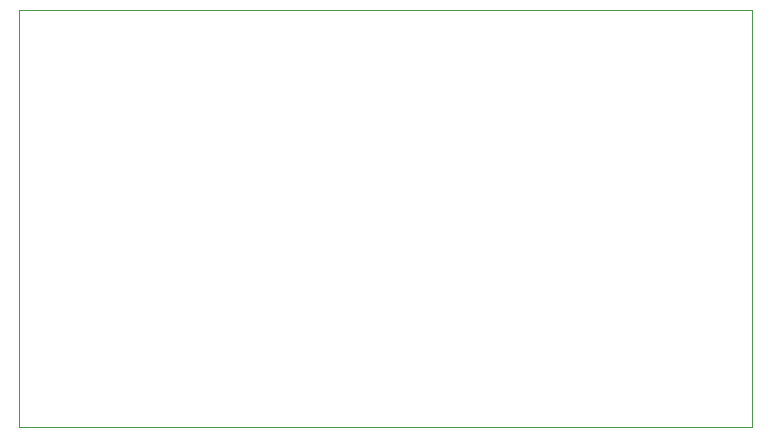
<source format=gbr>
G04 #@! TF.GenerationSoftware,KiCad,Pcbnew,(5.1.8-0-10_14)*
G04 #@! TF.CreationDate,2020-11-22T12:20:28+11:00*
G04 #@! TF.ProjectId,Phenobottle v18,5068656e-6f62-46f7-9474-6c6520763138,rev?*
G04 #@! TF.SameCoordinates,Original*
G04 #@! TF.FileFunction,Profile,NP*
%FSLAX46Y46*%
G04 Gerber Fmt 4.6, Leading zero omitted, Abs format (unit mm)*
G04 Created by KiCad (PCBNEW (5.1.8-0-10_14)) date 2020-11-22 12:20:28*
%MOMM*%
%LPD*%
G01*
G04 APERTURE LIST*
G04 #@! TA.AperFunction,Profile*
%ADD10C,0.050000*%
G04 #@! TD*
G04 APERTURE END LIST*
D10*
X111887000Y-76073000D02*
X173990000Y-76073000D01*
X111887000Y-111379000D02*
X111887000Y-76073000D01*
X173990000Y-111379000D02*
X111887000Y-111379000D01*
X173990000Y-110998000D02*
X173990000Y-111379000D01*
X173990000Y-76073000D02*
X173990000Y-110998000D01*
M02*

</source>
